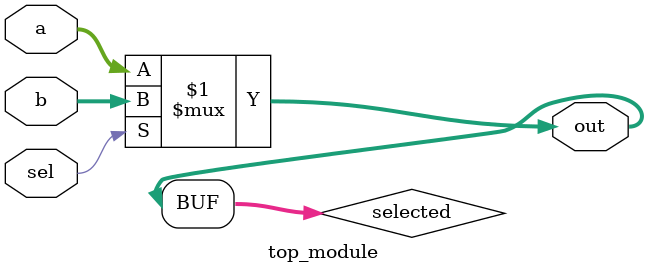
<source format=sv>
module top_module (
	input [99:0] a,
	input [99:0] b,
	input sel,
	output [99:0] out
);

	// Wire to store the selected value
	wire [99:0] selected;

	// Multiplexer implementation
	assign selected = sel ? b : a;
	assign out = selected;

endmodule

</source>
